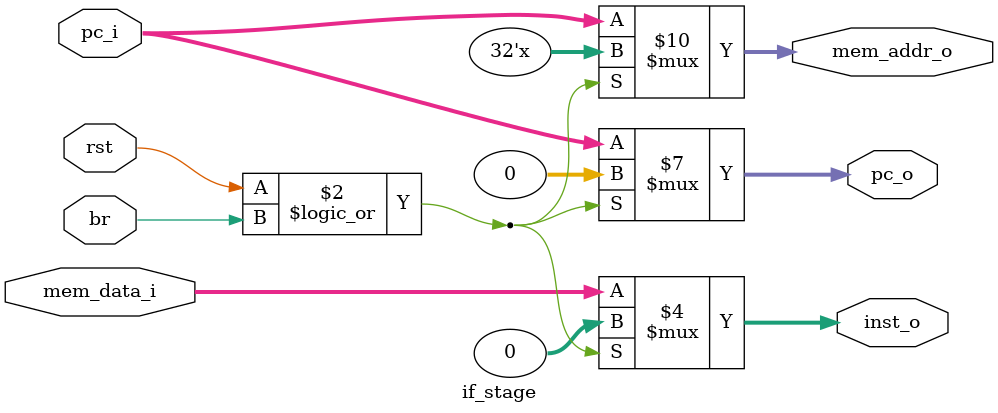
<source format=v>
module if_stage(
    input rst,
    input br,
    //pc_reg
    input wire[31:0] pc_i,
    //inst_ram
    output reg[31:0] mem_addr_o,
    input wire[31:0] mem_data_i,
    //decoder
    output reg[31:0] pc_o,
    output reg[31:0] inst_o
);
    always @(*)begin
        if(rst || br)begin
            pc_o = 0;
            inst_o = 0;
  
        end else begin
            mem_addr_o = pc_i;
            pc_o = pc_i;
            inst_o = mem_data_i;
         
        end
    end
endmodule
</source>
